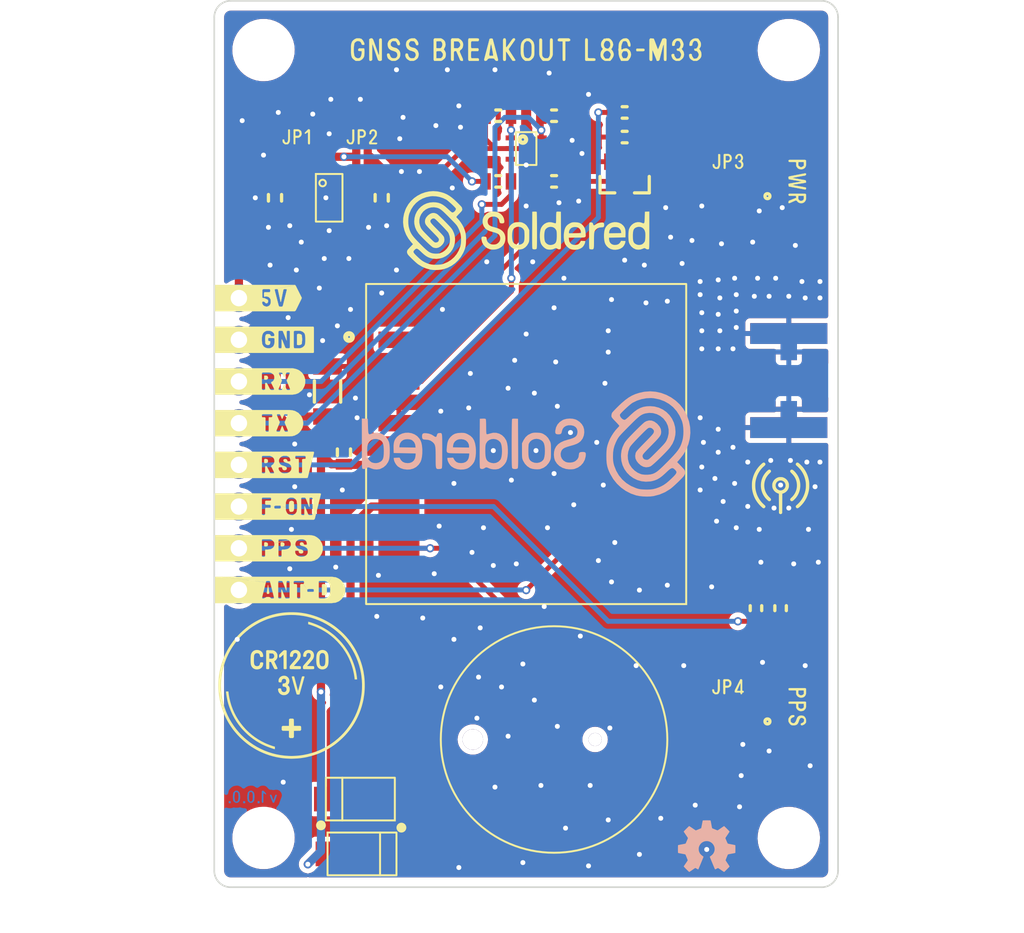
<source format=kicad_pcb>
(kicad_pcb (version 20211014) (generator pcbnew)
  (title_block (title "GNSS breakout L86-M33") (date "2022-02-28") (rev "V1.0.0") (company "SOLDERED") (comment 1 "333201"))
  (layers (0 "F.Cu" signal) (31 "B.Cu" signal) (34 "B.Paste" user) (35 "F.Paste" user) (36 "B.SilkS" user "B.Silkscreen") (37 "F.SilkS" user "F.Silkscreen") (38 "B.Mask" user) (39 "F.Mask" user) (44 "Edge.Cuts" user))
  (net 0 "")
  (net 1 "GND")
  (net 2 "3V3")
  (net 3 "Net-(C3-Pad2)")
  (net 4 "V_BCKP")
  (net 5 "Net-(D2-Pad1)")
  (net 6 "5V")
  (net 7 "ANT")
  (net 8 "ANT_DET")
  (net 9 "PPS")
  (net 10 "FORCE_ON")
  (net 11 "RESET")
  (net 12 "TX5")
  (net 13 "RX5")
  (net 14 "Net-(Q1-Pad1)")
  (net 15 "Net-(Q1-Pad3)")
  (net 16 "Net-(R1-Pad2)")
  (net 17 "TX3V3")
  (net 18 "RX3V3")
  (net 21 "Net-(D3-Pad1)")
  (net 22 "Net-(D4-Pad1)")
  (net 23 "Net-(JP3-Pad2)")
  (net 24 "Net-(JP4-Pad2)")
  (footprint "e-radionica.com footprinti:CR1220_HOLDER" (layer "F.Cu") (at 119.7 131 -90)
    (fp_text reference "K2")
    (fp_text value "CR1220_HOLDER")
  )
  (footprint "e-radionica.com footprinti:0603R" (layer "F.Cu") (at 125 94.3 180)
    (fp_text reference "R6")
    (fp_text value "47k")
  )
  (footprint "e-radionica.com footprinti:HOLE_3.2mm" (layer "F.Cu") (at 135 89)
    (fp_text reference "H3" hide)
    (fp_text value "HOLE_3.2mm" hide)
  )
  (footprint "e-radionica.com footprinti:0402R" (layer "F.Cu") (at 133 129 90)
    (fp_text reference "R10")
    (fp_text value "2k2")
  )
  (footprint "e-radionica.com footprinti:SOT-23-5" (layer "F.Cu") (at 107 98)
    (fp_text reference "U3")
    (fp_text value "SE5218")
  )
  (footprint "buzzardLabel" (layer "F.Cu") (at 135.5 97 -90)
    (fp_text reference "")
    (fp_text value "")
  )
  (footprint "e-radionica.com footprinti:0603C" (layer "F.Cu") (at 103.7 98 90)
    (fp_text reference "C3")
    (fp_text value "2u2")
  )
  (footprint "e-radionica.com footprinti:SMD-JUMPER-CONNECTED_TRACE_SLODERMASK" (layer "F.Cu") (at 131.3 97)
    (fp_text reference "JP3")
    (fp_text value "SMD-JUMPER-CONNECTED_TRACE_SLODERMASK")
  )
  (footprint "e-radionica.com footprinti:0603C" (layer "F.Cu") (at 107.9 113.5 -90)
    (fp_text reference "C1")
    (fp_text value "100n")
  )
  (footprint "e-radionica.com footprinti:SOT-23-3" (layer "F.Cu") (at 125 97 -90)
    (fp_text reference "Q1")
    (fp_text value "NPN-SOT-23-3")
  )
  (footprint "buzzardLabel" (layer "F.Cu") (at 135.5 129 -90)
    (fp_text reference "")
    (fp_text value "")
  )
  (footprint "e-radionica.com footprinti:0603R" (layer "F.Cu") (at 117.3 97)
    (fp_text reference "R4")
    (fp_text value "10k")
  )
  (footprint "buzzardLabel" (layer "F.Cu") (at 99.6 121.89)
    (fp_text reference "")
    (fp_text value "")
  )
  (footprint "e-radionica.com footprinti:0603C" (layer "F.Cu") (at 110.2 98 90)
    (fp_text reference "C4")
    (fp_text value "2u2")
  )
  (footprint "Soldered Graphics:Symbol-Front-CR1220" (layer "F.Cu") (at 104.7 127.7)
    (fp_text reference "REF**" hide)
    (fp_text value "Symbol-Front-CR1220" hide)
  )
  (footprint "e-radionica.com footprinti:SMD-JUMPER-CONNECTED_TRACE_SLODERMASK" (layer "F.Cu") (at 131.3 129)
    (fp_text reference "JP4")
    (fp_text value "SMD-JUMPER-CONNECTED_TRACE_SLODERMASK")
  )
  (footprint "buzzardLabel" (layer "F.Cu") (at 105 94.3)
    (fp_text reference "")
    (fp_text value "")
  )
  (footprint "e-radionica.com footprinti:0603R" (layer "F.Cu") (at 134.5 123 -90)
    (fp_text reference "R5")
    (fp_text value "10k")
  )
  (footprint "Soldered Graphics:Logo-Back-OSH-3.5mm" (layer "F.Cu") (at 130 137.5)
    (fp_text reference "G***" hide)
    (fp_text value "LOGO" hide)
  )
  (footprint "e-radionica.com footprinti:SOT-363" (layer "F.Cu") (at 119 95)
    (fp_text reference "U1")
    (fp_text value "NMOS-DUAL")
  )
  (footprint "e-radionica.com footprinti:0603R" (layer "F.Cu") (at 117.3 93)
    (fp_text reference "R3")
    (fp_text value "10k")
  )
  (footprint "e-radionica.com footprinti:0402R" (layer "F.Cu") (at 133 97 90)
    (fp_text reference "R9")
    (fp_text value "2k2")
  )
  (footprint "e-radionica.com footprinti:HEADER_MALE_8X1" (layer "F.Cu") (at 101.5 113 90)
    (fp_text reference "K3")
    (fp_text value "HEADER_MALE_8X1")
  )
  (footprint "buzzardLabel" (layer "F.Cu") (at 99.6 114.27)
    (fp_text reference "")
    (fp_text value "")
  )
  (footprint "e-radionica.com footprinti:M4_DIODA" (layer "F.Cu") (at 109 137.97)
    (fp_text reference "D1")
    (fp_text value "M4_DIODA")
  )
  (footprint "buzzardLabel" (layer "F.Cu") (at 99.6 109.19)
    (fp_text reference "")
    (fp_text value "")
  )
  (footprint "e-radionica.com footprinti:0402LED" (layer "F.Cu") (at 134.3 129 -90)
    (fp_text reference "D4")
    (fp_text value "blue")
  )
  (footprint "buzzardLabel" (layer "F.Cu") (at 99.6 111.73)
    (fp_text reference "")
    (fp_text value "")
  )
  (footprint "e-radionica.com footprinti:0603R" (layer "F.Cu") (at 125 92.8)
    (fp_text reference "R2")
    (fp_text value "4k7")
  )
  (footprint "e-radionica.com footprinti:L86-M33" (layer "F.Cu") (at 119 113 180)
    (fp_text reference "U2")
    (fp_text value "L86-M33")
  )
  (footprint "buzzardLabel" (layer "F.Cu") (at 109 94.3)
    (fp_text reference "")
    (fp_text value "")
  )
  (footprint "Soldered Graphics:Logo-Front-SolderedFULL-15mm" (layer "F.Cu") (at 119 100)
    (fp_text reference "REF**" hide)
    (fp_text value "Logo-Front-SolderedFULL-15mm" hide)
  )
  (footprint "buzzardLabel" (layer "F.Cu") (at 131.3 95.8)
    (fp_text reference "")
    (fp_text value "")
  )
  (footprint "e-radionica.com footprinti:SMD-JUMPER-CONNECTED_TRACE_SLODERMASK" (layer "F.Cu") (at 105 95.5)
    (fp_text reference "JP1")
    (fp_text value "SMD-JUMPER-CONNECTED_TRACE_SLODERMASK")
  )
  (footprint "Soldered Graphics:Logo-Back-SolderedFULL-20mm" (layer "F.Cu") (at 119 113)
    (fp_text reference "REF**" hide)
    (fp_text value "Logo-Front-SolderedFULL-20mm" hide)
  )
  (footprint "buzzardLabel" (layer "F.Cu") (at 99.6 116.81)
    (fp_text reference "")
    (fp_text value "")
  )
  (footprint "e-radionica.com footprinti:HOLE_3.2mm" (layer "F.Cu") (at 135 137)
    (fp_text reference "H4" hide)
    (fp_text value "HOLE_3.2mm" hide)
  )
  (footprint "e-radionica.com footprinti:HOLE_3.2mm" (layer "F.Cu") (at 103 89)
    (fp_text reference "H2" hide)
    (fp_text value "HOLE_3.2mm" hide)
  )
  (footprint "e-radionica.com footprinti:Antenna Connector" (layer "F.Cu") (at 135 112 90)
    (fp_text reference "K1")
    (fp_text value "Antenna Connector")
  )
  (footprint "buzzardLabel" (layer "F.Cu") (at 119 89)
    (fp_text reference "")
    (fp_text value "")
  )
  (footprint "e-radionica.com footprinti:0603R" (layer "F.Cu") (at 133 123 90)
    (fp_text reference "R1")
    (fp_text value "5k1")
  )
  (footprint "e-radionica.com footprinti:1206C" (layer "F.Cu") (at 106.9 109.8 -90)
    (fp_text reference "C2")
    (fp_text value "10u")
  )
  (footprint "buzzardLabel" (layer "F.Cu") (at 99.6 104.11)
    (fp_text reference "")
    (fp_text value "")
  )
  (footprint "buzzardLabel" (layer "F.Cu") (at 131.3 127.8)
    (fp_text reference "")
    (fp_text value "")
  )
  (footprint "e-radionica.com footprinti:0603R" (layer "F.Cu") (at 120.7 97)
    (fp_text reference "R8")
    (fp_text value "10k")
  )
  (footprint "buzzardLabel" (layer "F.Cu") (at 99.6 119.35)
    (fp_text reference "")
    (fp_text value "")
  )
  (footprint "e-radionica.com footprinti:SMD_JUMPER" (layer "F.Cu") (at 109 95.5)
    (fp_text reference "JP2")
    (fp_text value "SMD_JUMPER")
  )
  (footprint "e-radionica.com footprinti:0402LED" (layer "F.Cu") (at 134.3 97 -90)
    (fp_text reference "D3")
    (fp_text value "purple")
  )
  (footprint "e-radionica.com footprinti:FIDUCIAL_23" (layer "F.Cu") (at 115.3 136.7)
    (fp_text reference "FD1")
    (fp_text value "FIDUCIAL")
  )
  (footprint "buzzardLabel" (layer "F.Cu") (at 99.6 106.65)
    (fp_text reference "")
    (fp_text value "")
  )
  (footprint "e-radionica.com footprinti:HOLE_3.2mm" (layer "F.Cu") (at 103 137)
    (fp_text reference "H1" hide)
    (fp_text value "HOLE_3.2mm" hide)
  )
  (footprint "e-radionica.com footprinti:M4_DIODA" (layer "F.Cu") (at 108.9 134.63 180)
    (fp_text reference "D2")
    (fp_text value "M4_DIODA")
  )
  (footprint "e-radionica.com footprinti:0603R" (layer "F.Cu") (at 120.7 93)
    (fp_text reference "R7")
    (fp_text value "10k")
  )
  (footprint "Soldered Graphics:Symbol-Front-Antenna" (layer "F.Cu") (at 134.5 115.7)
    (fp_text reference "G***" hide)
    (fp_text value "LOGO" hide)
  )
  (footprint "Soldered Graphics:Version1.0.0." (layer "B.Cu") (at 102.3 134.5 180)
    (fp_text reference "Ref**" hide)
    (fp_text value "Val**" hide)
  )
  (gr_arc (start 138 139) (mid 137.707107 139.707107) (end 137 140) (layer "Edge.Cuts") (width 0.1))
  (gr_arc (start 137 86) (mid 137.707107 86.292893) (end 138 87) (layer "Edge.Cuts") (width 0.1))
  (gr_line (start 101 86) (end 137 86) (layer "Edge.Cuts") (width 0.1))
  (gr_arc (start 100 87) (mid 100.292893 86.292893) (end 101 86) (layer "Edge.Cuts") (width 0.1))
  (gr_line (start 138 87) (end 138 139) (layer "Edge.Cuts") (width 0.1))
  (gr_line (start 137 140) (end 101 140) (layer "Edge.Cuts") (width 0.1))
  (gr_line (start 100 139) (end 100 87) (layer "Edge.Cuts") (width 0.1))
  (gr_arc (start 101 140) (mid 100.292893 139.707107) (end 100 139) (layer "Edge.Cuts") (width 0.1))
  (via (at 103.9 92.8) (size 0.5) (drill 0.3) (layers "F.Cu" "B.Cu") (net 1))
  (via (at 106 92.9) (size 0.5) (drill 0.3) (layers "F.Cu" "B.Cu") (net 1))
  (via (at 114.9 92.4) (size 0.5) (drill 0.3) (layers "F.Cu" "B.Cu") (net 1))
  (via (at 107.5 105.8) (size 0.5) (drill 0.3) (layers "F.Cu" "B.Cu") (net 1))
  (via (at 129.6 103.1) (size 0.5) (drill 0.3) (layers "F.Cu" "B.Cu") (net 1))
  (via (at 122.8 91.7) (size 0.5) (drill 0.3) (layers "F.Cu" "B.Cu") (net 1))
  (via (at 107 94.1) (size 0.5) (drill 0.3) (layers "F.Cu" "B.Cu") (net 1))
  (via (at 120.7 114.8) (size 0.5) (drill 0.3) (layers "F.Cu" "B.Cu") (net 1))
  (via (at 111.1 102.4) (size 0.5) (drill 0.3) (layers "F.Cu" "B.Cu") (net 1))
  (via (at 130.8 104.1) (size 0.5) (drill 0.3) (layers "F.Cu" "B.Cu") (net 1))
  (via (at 130.7 107.2) (size 0.5) (drill 0.3) (layers "F.Cu" "B.Cu") (net 1))
  (via (at 119 96) (size 0.5) (drill 0.3) (layers "F.Cu" "B.Cu") (net 1))
  (via (at 107.4 120.5) (size 0.5) (drill 0.3) (layers "F.Cu" "B.Cu") (net 1))
  (via (at 120.3 118.1) (size 0.5) (drill 0.3) (layers "F.Cu" "B.Cu") (net 1))
  (via (at 124.2 104.2) (size 0.5) (drill 0.3) (layers "F.Cu" "B.Cu") (net 1))
  (via (at 124 135.9) (size 0.5) (drill 0.3) (layers "F.Cu" "B.Cu") (net 1))
  (via (at 125 101.8) (size 0.5) (drill 0.3) (layers "F.Cu" "B.Cu") (net 1))
  (via (at 124.1 130.3) (size 0.5) (drill 0.3) (layers "F.Cu" "B.Cu") (net 1))
  (via (at 132.5 114.1) (size 0.5) (drill 0.3) (layers "F.Cu" "B.Cu") (net 1))
  (via (at 131 116.5) (size 0.5) (drill 0.3) (layers "F.Cu" "B.Cu") (net 1))
  (via (at 123.8 109.3) (size 0.5) (drill 0.3) (layers "F.Cu" "B.Cu") (net 1))
  (via (at 136.9 114.1) (size 0.5) (drill 0.3) (layers "F.Cu" "B.Cu") (net 1))
  (via (at 136.9 103.1) (size 0.5) (drill 0.3) (layers "F.Cu" "B.Cu") (net 1))
  (via (at 118.1 115.2) (size 0.5) (drill 0.3) (layers "F.Cu" "B.Cu") (net 1))
  (via (at 133.2 98.8) (size 0.5) (drill 0.3) (layers "F.Cu" "B.Cu") (net 1))
  (via (at 113.4 120.9) (size 0.5) (drill 0.3) (layers "F.Cu" "B.Cu") (net 1))
  (via (at 130.5 115.1) (size 0.5) (drill 0.3) (layers "F.Cu" "B.Cu") (net 1))
  (via (at 120.1 122.9) (size 0.5) (drill 0.3) (layers "F.Cu" "B.Cu") (net 1))
  (via (at 105 102.4) (size 0.5) (drill 0.3) (layers "F.Cu" "B.Cu") (net 1))
  (via (at 113.8 127.8) (size 0.5) (drill 0.3) (layers "F.Cu" "B.Cu") (net 1))
  (via (at 114.6 115.4) (size 0.5) (drill 0.3) (layers "F.Cu" "B.Cu") (net 1))
  (via (at 136 104.1) (size 0.5) (drill 0.3) (layers "F.Cu" "B.Cu") (net 1))
  (via (at 115.6 108.7) (size 0.5) (drill 0.3) (layers "F.Cu" "B.Cu") (net 1))
  (via (at 136.8 120.2) (size 0.5) (drill 0.3) (layers "F.Cu" "B.Cu") (net 1))
  (via (at 103.3 99.8) (size 0.5) (drill 0.3) (layers "F.Cu" "B.Cu") (net 1))
  (via (at 116.6 101.9) (size 0.5) (drill 0.3) (layers "F.Cu" "B.Cu") (net 1))
  (via (at 101.7 93.3) (size 0.5) (drill 0.3) (layers "F.Cu" "B.Cu") (net 1))
  (via (at 117 120.4) (size 0.5) (drill 0.3) (layers "F.Cu" "B.Cu") (net 1))
  (via (at 128.6 126.5) (size 0.5) (drill 0.3) (layers "F.Cu" "B.Cu") (net 1))
  (via (at 124.2 121.4) (size 0.5) (drill 0.3) (layers "F.Cu" "B.Cu") (net 1))
  (via (at 122.9 133.8) (size 0.5) (drill 0.3) (layers "F.Cu" "B.Cu") (net 1))
  (via (at 122.2 98.2) (size 0.5) (drill 0.3) (layers "F.Cu" "B.Cu") (net 1))
  (via (at 110 121) (size 0.5) (drill 0.3) (layers "F.Cu" "B.Cu") (net 1))
  (via (at 120.9 110.7) (size 0.5) (drill 0.3) (layers "F.Cu" "B.Cu") (net 1))
  (via (at 130.7 113.5) (size 0.5) (drill 0.3) (layers "F.Cu" "B.Cu") (net 1))
  (via (at 118.8 138.5) (size 0.5) (drill 0.3) (layers "F.Cu" "B.Cu") (net 1))
  (via (at 129.7 98.5) (size 0.5) (drill 0.3) (layers "F.Cu" "B.Cu") (net 1))
  (via (at 113.7 118) (size 0.5) (drill 0.3) (layers "F.Cu" "B.Cu") (net 1))
  (via (at 105.3 100.7) (size 0.5) (drill 0.3) (layers "F.Cu" "B.Cu") (net 1))
  (via (at 129.7 114.4) (size 0.5) (drill 0.3) (layers "F.Cu" "B.Cu") (net 1))
  (via (at 106.7 101.7) (size 0.5) (drill 0.3) (layers "F.Cu" "B.Cu") (net 1))
  (via (at 103 95.4) (size 0.5) (drill 0.3) (layers "F.Cu" "B.Cu") (net 1))
  (via (at 118.8 126.4) (size 0.5) (drill 0.3) (layers "F.Cu" "B.Cu") (net 1))
  (via (at 121.3 102.9) (size 0.5) (drill 0.3) (layers "F.Cu" "B.Cu") (net 1))
  (via (at 119.5 128.6) (size 0.5) (drill 0.3) (layers "F.Cu" "B.Cu") (net 1))
  (via (at 126.2 102.1) (size 0.5) (drill 0.3) (layers "F.Cu" "B.Cu") (net 1))
  (via (at 135.4 100.9) (size 0.5) (drill 0.3) (layers "F.Cu" "B.Cu") (net 1))
  (via (at 121.9 116.7) (size 0.5) (drill 0.3) (layers "F.Cu" "B.Cu") (net 1))
  (via (at 107 100) (size 0.5) (drill 0.3) (layers "F.Cu" "B.Cu") (net 1))
  (via (at 131.8 104.9) (size 0.5) (drill 0.3) (layers "F.Cu" "B.Cu") (net 1))
  (via (at 121 98.3) (size 0.5) (drill 0.3) (layers "F.Cu" "B.Cu") (net 1))
  (via (at 115.7 119.6) (size 0.5) (drill 0.3) (layers "F.Cu" "B.Cu") (net 1))
  (via (at 114.9 138.8) (size 0.5) (drill 0.3) (layers "F.Cu" "B.Cu") (net 1))
  (via (at 131.6 113.2) (size 0.5) (drill 0.3) (layers "F.Cu" "B.Cu") (net 1))
  (via (at 118.3 107.9) (size 0.5) (drill 0.3) (layers "F.Cu" "B.Cu") (net 1))
  (via (at 131.7 115.4) (size 0.5) (drill 0.3) (layers "F.Cu" "B.Cu") (net 1))
  (via (at 117.9 130.8) (size 0.5) (drill 0.3) (layers "F.Cu" "B.Cu") (net 1))
  (via (at 121.4 136.4) (size 0.5) (drill 0.3) (layers "F.Cu" "B.Cu") (net 1))
  (via (at 127.5 98.6) (size 0.5) (drill 0.3) (layers "F.Cu" "B.Cu") (net 1))
  (via (at 120.7 104.7) (size 0.5) (drill 0.3) (layers "F.Cu" "B.Cu") (net 1))
  (via (at 119.4 101.9) (size 0.5) (drill 0.3) (layers "F.Cu" "B.Cu") (net 1))
  (via (at 111.1 90.2) (size 0.5) (drill 0.3) (layers "F.Cu" "B.Cu") (net 1))
  (via (at 120.4 90.4) (size 0.5) (drill 0.3) (layers "F.Cu" "B.Cu") (net 1))
  (via (at 124.4 119) (size 0.5) (drill 0.3) (layers "F.Cu" "B.Cu") (net 1))
  (via (at 116.4 118.1) (size 0.5) (drill 0.3) (layers "F.Cu" "B.Cu") (net 1))
  (via (at 132.8 100.7) (size 0.5) (drill 0.3) (layers "F.Cu" "B.Cu") (net 1))
  (via (at 113.8 111) (size 0.5) (drill 0.3) (layers "F.Cu" "B.Cu") (net 1))
  (via (at 123.7 115.5) (size 0.5) (drill 0.3) (layers "F.Cu" "B.Cu") (net 1))
  (via (at 119 98.5) (size 0.5) (drill 0.3) (layers "F.Cu" "B.Cu") (net 1))
  (via (at 130.8 106.1) (size 0.5) (drill 0.3) (layers "F.Cu" "B.Cu") (net 1))
  (via (at 133.2 118.2) (size 0.5) (drill 0.3) (layers "F.Cu" "B.Cu") (net 1))
  (via (at 121.7 112.3) (size 0.5) (drill 0.3) (layers "F.Cu" "B.Cu") (net 1))
  (via (at 104.6 99.7) (size 0.5) (drill 0.3) (layers "F.Cu" "B.Cu") (net 1))
  (via (at 125.9 121.9) (size 0.5) (drill 0.3) (layers "F.Cu" "B.Cu") (net 1))
  (via (at 129.8 112.9) (size 0.5) (drill 0.3) (layers "F.Cu" "B.Cu") (net 1))
  (via (at 120.9 130.2) (size 0.5) (drill 0.3) (layers "F.Cu" "B.Cu") (net 1))
  (via (at 133.8 104) (size 0.5) (drill 0.3) (layers "F.Cu" "B.Cu") (net 1))
  (via (at 116.1 127.2) (size 0.5) (drill 0.3) (layers "F.Cu" "B.Cu") (net 1))
  (via (at 128.5 102) (size 0.5) (drill 0.3) (layers "F.Cu" "B.Cu") (net 1))
  (via (at 122.8 138.7) (size 0.5) (drill 0.3) (layers "F.Cu" "B.Cu") (net 1))
  (via (at 131.7 102.9) (size 0.5) (drill 0.3) (layers "F.Cu" "B.Cu") (net 1))
  (via (at 108.7 111.4) (size 0.5) (drill 0.3) (layers "F.Cu" "B.Cu") (net 1))
  (via (at 120.8 108) (size 0.5) (drill 0.3) (layers "F.Cu" "B.Cu") (net 1))
  (via (at 113.9 104.8) (size 0.5) (drill 0.3) (layers "F.Cu" "B.Cu") (net 1))
  (via (at 105.8 110) (size 0.5) (drill 0.3) (layers "F.Cu" "B.Cu") (net 1))
  (via (at 129.7 106.1) (size 0.5) (drill 0.3) (layers "F.Cu" "B.Cu") (net 1))
  (via (at 134.6 98.6) (size 0.5) (drill 0.3) (layers "F.Cu" "B.Cu") (net 1))
  (via (at 111.4 96.4) (size 0.5) (drill 0.3) (layers "F.Cu" "B.Cu") (net 1))
  (via (at 106.4 103.5) (size 0.5) (drill 0.3) (layers "F.Cu" "B.Cu") (net 1))
  (via (at 108.6 110.2) (size 0.5) (drill 0.3) (layers "F.Cu" "B.Cu") (net 1))
  (via (at 135.3 120.3) (size 0.5) (drill 0.3) (layers "F.Cu" "B.Cu") (net 1))
  (via (at 115 93.7) (size 0.5) (drill 0.3) (layers "F.Cu" "B.Cu") (net 1))
  (via (at 106.6 106.7) (size 0.5) (drill 0.3) (layers "F.Cu" "B.Cu") (net 1))
  (via (at 108.2 101.7) (size 0.5) (drill 0.3) (layers "F.Cu" "B.Cu") (net 1))
  (via (at 104.2 133.6) (size 0.5) (drill 0.3) (layers "F.Cu" "B.Cu") (net 1))
  (via (at 110.2 103.8) (size 0.5) (drill 0.3) (layers "F.Cu" "B.Cu") (net 1))
  (via (at 123.3 112.9) (size 0.5) (drill 0.3) (layers "F.Cu" "B.Cu") (net 1))
  (via (at 119.5 109.9) (size 0.5) (drill 0.3) (layers "F.Cu" "B.Cu") (net 1))
  (via (at 107.8 115.8) (size 0.5) (drill 0.3) (layers "F.Cu" "B.Cu") (net 1))
  (via (at 124 106.1) (size 0.5) (drill 0.3) (layers "F.Cu" "B.Cu") (net 1))
  (via (at 133.3 120.2) (size 0.5) (drill 0.3) (layers "F.Cu" "B.Cu") (net 1))
  (via (at 121.8 94.5) (size 0.5) (drill 0.3) (layers "F.Cu" "B.Cu") (net 1))
  (via (at 136 126.5) (size 0.5) (drill 0.3) (layers "F.Cu" "B.Cu") (net 1))
  (via (at 106.8 98) (size 0.5) (drill 0.3) (layers "F.Cu" "B.Cu") (net 1))
  (via (at 104.7 118.2) (size 0.5) (drill 0.3) (layers "F.Cu" "B.Cu") (net 1))
  (via (at 132.9 104) (size 0.5) (drill 0.3) (layers "F.Cu" "B.Cu") (net 1))
  (via (at 113.5 93.6) (size 0.5) (drill 0.3) (layers "F.Cu" "B.Cu") (net 1))
  (via (at 134.1 116.9) (size 0.5) (drill 0.3) (layers "F.Cu" "B.Cu") (net 1))
  (via (at 118.4 120.3) (size 0.5) (drill 0.3) (layers "F.Cu" "B.Cu") (net 1))
  (via (at 130.6 117.7) (size 0.5) (drill 0.3) (layers "F.Cu" "B.Cu") (net 1))
  (via (at 133.8 131.7) (size 0.5) (drill 0.3) (layers "F.Cu" "B.Cu") (net 1))
  (via (at 104.6 120.6) (size 0.5) (drill 0.3) (layers "F.Cu" "B.Cu") (net 1))
  (via (at 135 116.9) (size 0.5) (drill 0.3) (layers "F.Cu" "B.Cu") (net 1))
  (via (at 133.4 126.3) (size 0.5) (drill 0.3) (layers "F.Cu" "B.Cu") (net 1))
  (via (at 101.4 124.9) (size 0.5) (drill 0.3) (layers "F.Cu" "B.Cu") (net 1))
  (via (at 131.8 103.9) (size 0.5) (drill 0.3) (layers "F.Cu" "B.Cu") (net 1))
  (via (at 129.1 100.6) (size 0.5) (drill 0.3) (layers "F.Cu" "B.Cu") (net 1))
  (via (at 117.5 127.8) (size 0.5) (drill 0.3) (layers "F.Cu" "B.Cu") (net 1))
  (via (at 132.1 133.2) (size 0.5) (drill 0.3) (layers "F.Cu" "B.Cu") (net 1))
  (via (at 114.5 97.4) (size 0.5) (drill 0.3) (layers "F.Cu" "B.Cu") (net 1))
  (via (at 136.3 132.6) (size 0.5) (drill 0.3) (layers "F.Cu" "B.Cu") (net 1))
  (via (at 130.9 100.8) (size 0.5) (drill 0.3) (layers "F.Cu" "B.Cu") (net 1))
  (via (at 134.5 115.5) (size 0.5) (drill 0.3) (layers "F.Cu" "B.Cu") (net 1))
  (via (at 133.9 114) (size 0.5) (drill 0.3) (layers "F.Cu" "B.Cu") (net 1))
  (via (at 119.9 133.8) (size 0.5) (drill 0.3) (layers "F.Cu" "B.Cu") (net 1))
  (via (at 136.6 115.6) (size 0.5) (drill 0.3) (layers "F.Cu" "B.Cu") (net 1))
  (via (at 129.3 135) (size 0.5) (drill 0.3) (layers "F.Cu" "B.Cu") (net 1))
  (via (at 130.7 105.1) (size 0.5) (drill 0.3) (layers "F.Cu" "B.Cu") (net 1))
  (via (at 130.7 112.1) (size 0.5) (drill 0.3) (layers "F.Cu" "B.Cu") (net 1))
  (via (at 122.3 124.7) (size 0.5) (drill 0.3) (layers "F.Cu" "B.Cu") (net 1))
  (via (at 116.2 124.2) (size 0.5) (drill 0.3) (layers "F.Cu" "B.Cu") (net 1))
  (via (at 125.9 138) (size 0.5) (drill 0.3) (layers "F.Cu" "B.Cu") (net 1))
  (via (at 107.1 92) (size 0.5) (drill 0.3) (layers "F.Cu" "B.Cu") (net 1))
  (via (at 127.6 104.3) (size 0.5) (drill 0.3) (layers "F.Cu" "B.Cu") (net 1))
  (via (at 104.5 105.3) (size 0.5) (drill 0.3) (layers "F.Cu" "B.Cu") (net 1))
  (via (at 112.5 96.4) (size 0.5) (drill 0.3) (layers "F.Cu" "B.Cu") (net 1))
  (via (at 129.6 115.8) (size 0.5) (drill 0.3) (layers "F.Cu" "B.Cu") (net 1))
  (via (at 130.3 121.7) (size 0.5) (drill 0.3) (layers "F.Cu" "B.Cu") (net 1))
  (via (at 135.1 114) (size 0.5) (drill 0.3) (layers "F.Cu" "B.Cu") (net 1))
  (via (at 122.4 95.3) (size 0.5) (drill 0.3) (layers "F.Cu" "B.Cu") (net 1))
  (via (at 119 106.3) (size 0.5) (drill 0.3) (layers "F.Cu" "B.Cu") (net 1))
  (via (at 125.7 126.5) (size 0.5) (drill 0.3) (layers "F.Cu" "B.Cu") (net 1))
  (via (at 136.1 114.1) (size 0.5) (drill 0.3) (layers "F.Cu" "B.Cu") (net 1))
  (via (at 127.8 100.4) (size 0.5) (drill 0.3) (layers "F.Cu" "B.Cu") (net 1))
  (via (at 133.1 102.9) (size 0.5) (drill 0.3) (layers "F.Cu" "B.Cu") (net 1))
  (via (at 108.3 104.8) (size 0.5) (drill 0.3) (layers "F.Cu" "B.Cu") (net 1))
  (via (at 117 113.4) (size 0.5) (drill 0.3) (layers "F.Cu" "B.Cu") (net 1))
  (via (at 117.1 133.9) (size 0.5) (drill 0.3) (layers "F.Cu" "B.Cu") (net 1))
  (via (at 117.9 109.6) (size 0.5) (drill 0.3) (layers "F.Cu" "B.Cu") (net 1))
  (via (at 115.5 110.8) (size 0.5) (drill 0.3) (layers "F.Cu" "B.Cu") (net 1))
  (via (at 112.7 123.6) (size 0.5) (drill 0.3) (layers "F.Cu" "B.Cu") (net 1))
  (via (at 124 107.4) (size 0.5) (drill 0.3) (layers "F.Cu" "B.Cu") (net 1))
  (via (at 111.5 93.1) (size 0.5) (drill 0.3) (layers "F.Cu" "B.Cu") (net 1))
  (via (at 103.4 102.1) (size 0.5) (drill 0.3) (layers "F.Cu" "B.Cu") (net 1))
  (via (at 116 129.7) (size 0.5) (drill 0.3) (layers "F.Cu" "B.Cu") (net 1))
  (via (at 135.8 103.1) (size 0.5) (drill 0.3) (layers "F.Cu" "B.Cu") (net 1))
  (via (at 104.9 113) (size 0.5) (drill 0.3) (layers "F.Cu" "B.Cu") (net 1))
  (via (at 130 137.7) (size 0.5) (drill 0.3) (layers "F.Cu" "B.Cu") (net 1))
  (via (at 129.6 103.9) (size 0.5) (drill 0.3) (layers "F.Cu" "B.Cu") (net 1))
  (via (at 132.2 131.3) (size 0.5) (drill 0.3) (layers "F.Cu" "B.Cu") (net 1))
  (via (at 102.5 98) (size 0.5) (drill 0.3) (layers "F.Cu" "B.Cu") (net 1))
  (via (at 131.8 105.9) (size 0.5) (drill 0.3) (layers "F.Cu" "B.Cu") (net 1))
  (via (at 131.8 118.1) (size 0.5) (drill 0.3) (layers "F.Cu" "B.Cu") (net 1))
  (via (at 131.6 107.2) (size 0.5) (drill 0.3) (layers "F.Cu" "B.Cu") (net 1))
  (via (at 135 104) (size 0.5) (drill 0.3) (layers "F.Cu" "B.Cu") (net 1))
  (via (at 130.7 103) (size 0.5) (drill 0.3) (layers "F.Cu" "B.Cu") (net 1))
  (via (at 109.9 123.5) (size 0.5) (drill 0.3) (layers "F.Cu" "B.Cu") (net 1))
  (via (at 108.9 92) (size 0.5) (drill 0.3) (layers "F.Cu" "B.Cu") (net 1))
  (via (at 129.7 107.2) (size 0.5) (drill 0.3) (layers "F.Cu" "B.Cu") (net 1))
  (via (at 127.6 121.6) (size 0.5) (drill 0.3) (layers "F.Cu" "B.Cu") (net 1))
  (via (at 110.5 99.7) (size 0.5) (drill 0.3) (layers "F.Cu" "B.Cu") (net 1))
  (via (at 117.1 90.2) (size 0.5) (drill 0.3) (layers "F.Cu" "B.Cu") (net 1))
  (via (at 129.6 111.4) (size 0.5) (drill 0.3) (layers "F.Cu" "B.Cu") (net 1))
  (via (at 132.5 116.8) (size 0.5) (drill 0.3) (layers "F.Cu" "B.Cu") (net 1))
  (via (at 127.2 135.8) (size 0.5) (drill 0.3) (layers "F.Cu" "B.Cu") (net 1))
  (via (at 111.3 94.4) (size 0.5) (drill 0.3) (layers "F.Cu" "B.Cu") (net 1))
  (via (at 114.2 90.2) (size 0.5) (drill 0.3) (layers "F.Cu" "B.Cu") (net 1))
  (via (at 109.4 99.8) (size 0.5) (drill 0.3) (layers "F.Cu" "B.Cu") (net 1))
  (via (at 126.3 104.4) (size 0.5) (drill 0.3) (layers "F.Cu" "B.Cu") (net 1))
  (via (at 136.9 104.1) (size 0.5) (drill 0.3) (layers "F.Cu" "B.Cu") (net 1))
  (via (at 104.9 115.6) (size 0.5) (drill 0.3) (layers "F.Cu" "B.Cu") (net 1))
  (via (at 119.6 113.4) (size 0.5) (drill 0.3) (layers "F.Cu" "B.Cu") (net 1))
  (via (at 129.7 105) (size 0.5) (drill 0.3) (layers "F.Cu" "B.Cu") (net 1))
  (via (at 132 135.1) (size 0.5) (drill 0.3) (layers "F.Cu" "B.Cu") (net 1))
  (via (at 114.6 124.9) (size 0.5) (drill 0.3) (layers "F.Cu" "B.Cu") (net 1))
  (via (at 136.2 118.2) (size 0.5) (drill 0.3) (layers "F.Cu" "B.Cu") (net 1))
  (via (at 134.2 102.9) (size 0.5) (drill 0.3) (layers "F.Cu" "B.Cu") (net 1))
  (via (at 123.4 120.1) (size 0.5) (drill 0.3) (layers "F.Cu" "B.Cu") (net 1))
  (segment (start 112 99.5) (end 112 98) (width 0.5) (layer "F.Cu") (net 2))
  (segment (start 106.9 111.325) (end 105.125 111.325) (width 0.5) (layer "F.Cu") (net 2))
  (segment (start 106.5 113.6) (end 107.13 114.23) (width 0.5) (layer "F.Cu") (net 2))
  (segment (start 105.7 138.6) (end 106.33 137.97) (width 0.5) (layer "F.Cu") (net 2))
  (segment (start 104.6 106.9) (end 112 99.5) (width 0.5) (layer "F.Cu") (net 2))
  (segment (start 119.92 95) (end 118.08 95) (width 0.3) (layer "F.Cu") (net 2))
  (segment (start 106.33 137.97) (end 107 137.97) (width 0.5) (layer "F.Cu") (net 2))
  (segment (start 107.13 114.23) (end 107.9 114.23) (width 0.5) (layer "F.Cu") (net 2))
  (segment (start 110.2 96.2) (end 110.2 97.27) (width 0.5) (layer "F.Cu") (net 2))
  (segment (start 121.475 95.875) (end 121.475 97) (width 0.3) (layer "F.Cu") (net 2))
  (segment (start 112.93 97.27) (end 111.27 97.27) (width 0.3) (layer "F.Cu") (net 2))
  (segment (start 105.125 111.325) (end 104.6 110.8) (width 0.5) (layer "F.Cu") (net 2))
  (segment (start 104.6 110.8) (end 104.6 106.9) (width 0.5) (layer "F.Cu") (net 2))
  (segment (start 111.27 97.27) (end 110 97.27) (width 0.5) (layer "F.Cu") (net 2))
  (segment (start 117.1 95) (end 115.2 95) (width 0.3) (layer "F.Cu") (net 2))
  (segment (start 117.1 95) (end 116.525 94.425) (width 0.3) (layer "F.Cu") (net 2))
  (segment (start 115.2 95) (end 112.93 97.27) (width 0.3) (layer "F.Cu") (net 2))
  (segment (start 109.5 95.5) (end 110.2 96.2) (width 0.5) (layer "F.Cu") (net 2))
  (segment (start 106.5 121.9) (end 106.5 128.1) (width 0.5) (layer "F.Cu") (net 2))
  (segment (start 116.525 94.425) (end 116.525 93) (width 0.3) (layer "F.Cu") (net 2))
  (segment (start 121.475 97) (end 130.95 97) (width 0.3) (layer "F.Cu") (net 2))
  (segment (start 118.08 95) (end 117.1 95) (width 0.3) (layer "F.Cu") (net 2))
  (segment (start 112 98) (end 111.27 97.27) (width 0.5) (layer "F.Cu") (net 2))
  (segment (start 111.25 114.27) (end 107.94 114.27) (width 0.5) (layer "F.Cu") (net 2))
  (segment (start 106.9 111.325) (end 106.5 111.725) (width 0.5) (layer "F.Cu") (net 2))
  (segment (start 119.92 95) (end 120.6 95) (width 0.3) (layer "F.Cu") (net 2))
  (segment (start 120.6 95) (end 121.475 95.875) (width 0.3) (layer "F.Cu") (net 2))
  (segment (start 107.94 114.27) (end 107.9 114.23) (width 0.5) (layer "F.Cu") (net 2))
  (segment (start 109.97 97.3) (end 110 97.27) (width 0.5) (layer "F.Cu") (net 2))
  (segment (start 106.5 111.725) (end 106.5 113.6) (width 0.5) (layer "F.Cu") (net 2))
  (segment (start 109.35 95.5) (end 109.5 95.5) (width 0.5) (layer "F.Cu") (net 2))
  (segment (start 106.5 113.6) (end 106.5 121.9) (width 0.5) (layer "F.Cu") (net 2))
  (segment (start 109.15 97.05) (end 108.3 97.05) (width 0.5) (layer "F.Cu") (net 2))
  (segment (start 110.2 97.27) (end 109.37 97.27) (width 0.5) (layer "F.Cu") (net 2))
  (segment (start 109.37 97.27) (end 109.15 97.05) (width 0.5) (layer "F.Cu") (net 2))
  (via (at 106.5 128.1) (size 0.5) (drill 0.3) (layers "F.Cu" "B.Cu") (net 2))
  (via (at 105.7 138.6) (size 0.5) (drill 0.3) (layers "F.Cu" "B.Cu") (net 2))
  (segment (start 106.5 137.8) (end 106.5 128.1) (width 0.5) (layer "B.Cu") (net 2))
  (segment (start 105.7 138.6) (end 106.5 137.8) (width 0.5) (layer "B.Cu") (net 2))
  (segment (start 104.750489 97.05) (end 104.600489 97.2) (width 0.5) (layer "F.Cu") (net 3))
  (segment (start 104.6 95.5) (end 103.7 96.4) (width 0.5) (layer "F.Cu") (net 3))
  (segment (start 106.85 97.05) (end 105.7 97.05) (width 0.2) (layer "F.Cu") (net 3))
  (segment (start 107.449511 97.649511) (end 106.85 97.05) (width 0.2) (layer "F.Cu") (net 3))
  (segment (start 103.7 96.4) (end 103.7 97.27) (width 0.5) (layer "F.Cu") (net 3))
  (segment (start 105.7 97.05) (end 104.750489 97.05) (width 0.5) (layer "F.Cu") (net 3))
  (segment (start 105.7 98.95) (end 106.85 98.95) (width 0.2) (layer "F.Cu") (net 3))
  (segment (start 107.449511 98.350489) (end 107.449511 97.649511) (width 0.2) (layer "F.Cu") (net 3))
  (segment (start 104.65 95.5) (end 104.6 95.5) (width 0.5) (layer "F.Cu") (net 3))
  (segment (start 106.85 98.95) (end 107.449511 98.350489) (width 0.2) (layer "F.Cu") (net 3))
  (segment (start 103.77 97.2) (end 103.7 97.27) (width 0.5) (layer "F.Cu") (net 3))
  (segment (start 104.600489 97.2) (end 103.77 97.2) (width 0.5) (layer "F.Cu") (net 3))
  (segment (start 108.3 128.1) (end 107.1 129.3) (width 0.5) (layer "F.Cu") (net 4))
  (segment (start 109.59 116.81) (end 108.3 118.1) (width 0.5) (layer "F.Cu") (net 4))
  (segment (start 107.1 134.23) (end 106.8 134.53) (width 0.5) (layer "F.Cu") (net 4))
  (segment (start 107.1 129.3) (end 107.1 134.23) (width 0.5) (layer "F.Cu") (net 4))
  (segment (start 106.8 134.53) (end 106.8 134.57) (width 0.5) (layer "F.Cu") (net 4))
  (segment (start 111.25 116.81) (end 109.59 116.81) (width 0.5) (layer "F.Cu") (net 4))
  (segment (start 108.3 118.1) (end 108.3 128.1) (width 0.5) (layer "F.Cu") (net 4))
  (segment (start 106.8 134.57) (end 110.2 137.97) (width 0.5) (layer "F.Cu") (net 4))
  (segment (start 111.8 133.03) (end 110.3 134.53) (width 0.5) (layer "F.Cu") (net 5))
  (segment (start 111.8 132) (end 111.8 133.03) (width 0.5) (layer "F.Cu") (net 5))
  (segment (start 110.8 131) (end 111.8 132) (width 0.5) (layer "F.Cu") (net 5))
  (segment (start 121.475 91.775) (end 120.9 91.2) (width 0.3) (layer "F.Cu") (net 6))
  (segment (start 101.5 104.11) (end 101.5 95.5) (width 0.5) (layer "F.Cu") (net 6))
  (segment (start 116.525 97) (end 115.7 97) (width 0.3) (layer "F.Cu") (net 6))
  (segment (start 104.999022 94.2) (end 105.35 94.550978) (width 0.5) (layer "F.Cu") (net 6))
  (segment (start 111.5 91.2) (end 108.65 94.05) (width 0.3) (layer "F.Cu") (net 6))
  (segment (start 107.9 95.5) (end 108.65 95.5) (width 0.5) (layer "F.Cu") (net 6))
  (segment (start 121.475 93) (end 121.475 91.775) (width 0.3) (layer "F.Cu") (net 6))
  (segment (start 101.5 95.5) (end 102.8 94.2) (width 0.5) (layer "F.Cu") (net 6))
  (segment (start 105.35 94.550978) (end 105.35 95.5) (width 0.5) (layer "F.Cu") (net 6))
  (segment (start 120.9 91.2) (end 111.5 91.2) (width 0.3) (layer "F.Cu") (net 6))
  (segment (start 108.65 94.05) (end 108.65 95.5) (width 0.3) (layer "F.Cu") (net 6))
  (segment (start 107.9 95.5) (end 105.35 95.5) (width 0.5) (layer "F.Cu") (net 6))
  (segment (start 102.8 94.2) (end 104.999022 94.2) (width 0.5) (layer "F.Cu") (net 6))
  (via (at 115.7 97) (size 0.5) (drill 0.3) (layers "F.Cu" "B.Cu") (net 6))
  (via (at 107.9 95.5) (size 0.5) (drill 0.3) (layers "F.Cu" "B.Cu") (net 6))
  (segment (start 114.2 95.5) (end 115.7 97) (width 0.3) (layer "B.Cu") (net 6))
  (segment (start 107.9 95.5) (end 114.2 95.5) (width 0.3) (layer "B.Cu") (net 6))
  (segment (start 126.75 109.19) (end 135.195 109.19) (width 1.6) (layer "F.Cu") (net 7))
  (segment (start 135.195 109.19) (end 135.25 109.135) (width 1.6) (layer "F.Cu") (net 7))
  (segment (start 119 121.9) (end 124.09 116.81) (width 0.3) (layer "F.Cu") (net 8))
  (segment (start 124.09 116.81) (end 126.75 116.81) (width 0.3) (layer "F.Cu") (net 8))
  (via (at 119 121.9) (size 0.5) (drill 0.3) (layers "F.Cu" "B.Cu") (net 8))
  (segment (start 118.99 121.89) (end 101.5 121.89) (width 0.3) (layer "B.Cu") (net 8))
  (segment (start 119 121.9) (end 118.99 121.89) (width 0.3) (layer "B.Cu") (net 8))
  (segment (start 114.05 119.35) (end 123.7 129) (width 0.3) (layer "F.Cu") (net 9))
  (segment (start 123.7 129) (end 130.95 129) (width 0.3) (layer "F.Cu") (net 9))
  (segment (start 111.25 119.35) (end 113.15 119.35) (width 0.3) (layer "F.Cu") (net 9))
  (segment (start 113.15 119.35) (end 114.05 119.35) (width 0.3) (layer "F.Cu") (net 9))
  (via (at 113.15 119.35) (size 0.5) (drill 0.3) (layers "F.Cu" "B.Cu") (net 9))
  (segment (start 101.5 119.35) (end 113.15 119.35) (width 0.3) (layer "B.Cu") (net 9))
  (segment (start 132.975 123.8) (end 133 123.775) (width 0.3) (layer "F.Cu") (net 10))
  (segment (start 131.9 123.8) (end 132.975 123.8) (width 0.3) (layer "F.Cu") (net 10))
  (via (at 131.9 123.8) (size 0.5) (drill 0.3) (layers "F.Cu" "B.Cu") (net 10))
  (segment (start 124 123.8) (end 131.9 123.8) (width 0.3) (layer "B.Cu") (net 10))
  (segment (start 101.5 116.81) (end 117.01 116.81) (width 0.3) (layer "B.Cu") (net 10))
  (segment (start 117.01 116.81) (end 122.4 122.2) (width 0.3) (layer "B.Cu") (net 10))
  (segment (start 122.4 122.2) (end 124 123.8) (width 0.3) (layer "B.Cu") (net 10))
  (segment (start 123.4 92.8) (end 124.225 92.8) (width 0.3) (layer "F.Cu") (net 11))
  (via (at 123.4 92.8) (size 0.5) (drill 0.3) (layers "F.Cu" "B.Cu") (net 11))
  (segment (start 123.4 99.2) (end 108.33 114.27) (width 0.3) (layer "B.Cu") (net 11))
  (segment (start 108.33 114.27) (end 101.5 114.27) (width 0.3) (layer "B.Cu") (net 11))
  (segment (start 123.4 92.8) (end 123.4 99.2) (width 0.3) (layer "B.Cu") (net 11))
  (segment (start 119.92 94.35) (end 119.92 93.88) (width 0.3) (layer "F.Cu") (net 12))
  (segment (start 119.92 93.88) (end 119.92 93.005) (width 0.3) (layer "F.Cu") (net 12))
  (segment (start 119.92 93.005) (end 119.925 93) (width 0.3) (layer "F.Cu") (net 12))
  (via (at 119.92 93.88) (size 0.5) (drill 0.3) (layers "F.Cu" "B.Cu") (net 12))
  (segment (start 101.5 111.73) (end 105.67 111.73) (width 0.3) (layer "B.Cu") (net 12))
  (segment (start 119.14 93.1) (end 119.92 93.88) (width 0.3) (layer "B.Cu") (net 12))
  (segment (start 117.1 93.7) (end 117.7 93.1) (width 0.3) (layer "B.Cu") (net 12))
  (segment (start 117.7 93.1) (end 119.14 93.1) (width 0.3) (layer "B.Cu") (net 12))
  (segment (start 105.67 111.73) (end 117.1 100.3) (width 0.3) (layer "B.Cu") (net 12))
  (segment (start 117.1 100.3) (end 117.1 93.7) (width 0.3) (layer "B.Cu") (net 12))
  (segment (start 117.5 98.4) (end 118.075 97.825) (width 0.3) (layer "F.Cu") (net 13))
  (segment (start 118.075 97.825) (end 118.075 97) (width 0.3) (layer "F.Cu") (net 13))
  (segment (start 116.3 98.4) (end 117.5 98.4) (width 0.3) (layer "F.Cu") (net 13))
  (segment (start 118.08 95.65) (end 118.08 96.995) (width 0.3) (layer "F.Cu") (net 13))
  (segment (start 118.08 96.995) (end 118.075 97) (width 0.3) (layer "F.Cu") (net 13))
  (via (at 116.3 98.4) (size 0.5) (drill 0.3) (layers "F.Cu" "B.Cu") (net 13))
  (segment (start 116.3 99.4) (end 116.3 98.4) (width 0.3) (layer "B.Cu") (net 13))
  (segment (start 106.51 109.19) (end 116.3 99.4) (width 0.3) (layer "B.Cu") (net 13))
  (segment (start 101.5 109.19) (end 106.51 109.19) (width 0.3) (layer "B.Cu") (net 13))
  (segment (start 125.95 95.8) (end 125.95 94.475) (width 0.3) (layer "F.Cu") (net 14))
  (segment (start 125.95 94.475) (end 125.775 94.3) (width 0.3) (layer "F.Cu") (net 14))
  (segment (start 125.775 92.8) (end 125.775 94.3) (width 0.3) (layer "F.Cu") (net 14))
  (segment (start 126.75 111.73) (end 123.23 111.73) (width 0.3) (layer "F.Cu") (net 15))
  (segment (start 122.3 102.5) (end 125 99.8) (width 0.3) (layer "F.Cu") (net 15))
  (segment (start 125 99.8) (end 125 98.2) (width 0.3) (layer "F.Cu") (net 15))
  (segment (start 122.3 110.8) (end 122.3 102.5) (width 0.3) (layer "F.Cu") (net 15))
  (segment (start 123.23 111.73) (end 122.3 110.8) (width 0.3) (layer "F.Cu") (net 15))
  (segment (start 134.5 122.225) (end 133 122.225) (width 0.3) (layer "F.Cu") (net 16))
  (segment (start 130.125 119.35) (end 133 122.225) (width 0.3) (layer "F.Cu") (net 16))
  (segment (start 126.75 119.35) (end 130.125 119.35) (width 0.3) (layer "F.Cu") (net 16))
  (segment (start 118.08 93.005) (end 118.075 93) (width 0.3) (layer "F.Cu") (net 17))
  (segment (start 118.08 94.35) (end 118.08 93.88) (width 0.3) (layer "F.Cu") (net 17))
  (segment (start 118.08 93.88) (end 118.08 93.005) (width 0.3) (layer "F.Cu") (net 17))
  (segment (start 118.1 102.9) (end 118.1 103.7) (width 0.3) (layer "F.Cu") (net 17))
  (segment (start 118.1 103.7) (end 112.61 109.19) (width 0.3) (layer "F.Cu") (net 17))
  (segment (start 112.61 109.19) (end 111.25 109.19) (width 0.3) (layer "F.Cu") (net 17))
  (via (at 118.1 102.9) (size 0.5) (drill 0.3) (layers "F.Cu" "B.Cu") (net 17))
  (via (at 118.08 93.88) (size 0.5) (drill 0.3) (layers "F.Cu" "B.Cu") (net 17))
  (segment (start 118.1 93.9) (end 118.08 93.88) (width 0.3) (layer "B.Cu") (net 17))
  (segment (start 118.1 102.9) (end 118.1 93.9) (width 0.3) (layer "B.Cu") (net 17))
  (segment (start 113.25 106.65) (end 119.925 99.975) (width 0.3) (layer "F.Cu") (net 18))
  (segment (start 119.92 95.65) (end 119.92 96.995) (width 0.3) (layer "F.Cu") (net 18))
  (segment (start 119.92 96.995) (end 119.925 97) (width 0.3) (layer "F.Cu") (net 18))
  (segment (start 111.25 106.65) (end 113.25 106.65) (width 0.3) (layer "F.Cu") (net 18))
  (segment (start 119.925 99.975) (end 119.925 97) (width 0.3) (layer "F.Cu") (net 18))
  (segment (start 133.05 96.45) (end 133 96.5) (width 0.254) (layer "F.Cu") (net 21))
  (segment (start 134.3 96.45) (end 133.05 96.45) (width 0.254) (layer "F.Cu") (net 21))
  (segment (start 134.25 128.5) (end 134.3 128.45) (width 0.3) (layer "F.Cu") (net 22))
  (segment (start 133 128.5) (end 134.25 128.5) (width 0.3) (layer "F.Cu") (net 22))
  (segment (start 131.65 97) (end 132.15 97.5) (width 0.254) (layer "F.Cu") (net 23))
  (segment (start 132.15 97.5) (end 133 97.5) (width 0.254) (layer "F.Cu") (net 23))
  (segment (start 132.15 129.5) (end 133 129.5) (width 0.3) (layer "F.Cu") (net 24))
  (segment (start 131.65 129) (end 132.15 129.5) (width 0.3) (layer "F.Cu") (net 24))
  (zone (net 1) (net_name "GND") (layers F&B.Cu) (connect_pads (clearance 0.3)) (min_thickness 0.254) (fill yes (thermal_gap 0.3) (thermal_bridge_width 0.3))
    (polygon (pts (xy 138 140) (xy 100 140) (xy 100 86) (xy 138 86)))
  )
)
</source>
